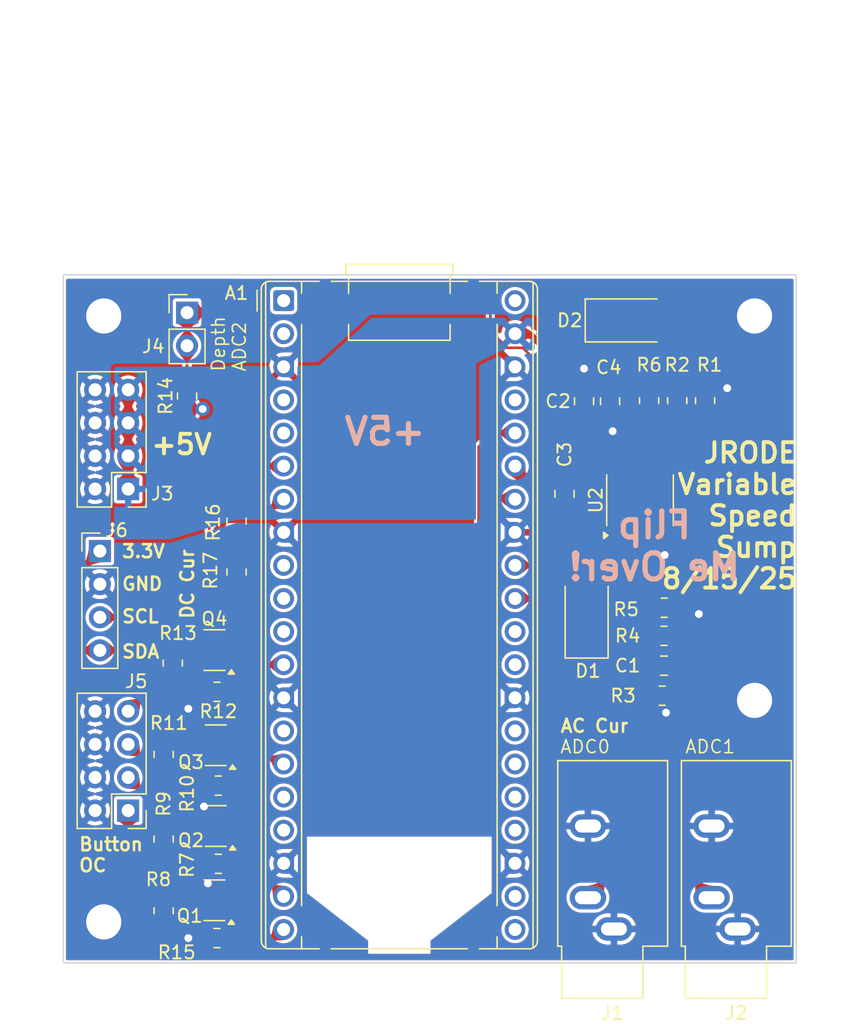
<source format=kicad_pcb>
(kicad_pcb (version 20241229) (generator "pcbnew") (generator_version "9.0")
  (layers (0 "F.Cu" signal) (4 "In1.Cu" signal) (6 "In2.Cu" signal) (2 "B.Cu" signal) (13 "F.Paste" user) (15 "B.Paste" user) (5 "F.SilkS" user "F.Silkscreen") (7 "B.SilkS" user "B.Silkscreen") (1 "F.Mask" user) (3 "B.Mask" user) (25 "Edge.Cuts" user))
  (net 0 "")
  (net 1 "/CT_Input/Output")
  (net 2 "GND")
  (net 3 "+5V")
  (net 4 "Net-(D1-A)")
  (net 5 "Net-(D2-A)")
  (net 6 "/Pull Down/in")
  (net 7 "Net-(Q1-D)")
  (net 8 "/Pull Down1/in")
  (net 9 "Net-(Q2-D)")
  (net 10 "/Pull Down2/in")
  (net 11 "Net-(Q3-D)")
  (net 12 "/Pull Down3/in")
  (net 13 "Net-(Q4-D)")
  (net 14 "Net-(U2B-+)")
  (net 15 "Net-(U2A--)")
  (net 16 "Net-(U2A-+)")
  (net 17 "/Pull Down/out")
  (net 18 "Net-(U2B--)")
  (net 19 "/Pull Down1/out")
  (net 20 "/Pull Down2/out")
  (net 21 "/Pull Down3/out")
  (net 23 "/CT_Input1/Output")
  (net 24 "/SDA")
  (net 26 "Net-(A1-ADC_VREF)")
  (net 42 "Net-(A1-GPIO28_ADC2)")
  (net 44 "+3.3V")
  (net 45 "/SCL")
  (footprint "Package_TO_SOT_SMD:SOT-23-3" (layer "F.Cu") (at 123.601 103.442 180)
    (property "Reference" "Q3" (at 1.9 -1.3 180) (layer "F.SilkS"))
    (property "Value" "2N7002")
    (pad "1" smd roundrect (at -1.1375 -0.95 180) (size 1.325 0.6) (layers "F.Cu" "F.Mask" "F.Paste") (net 10 "/Pull Down2/in"))
    (pad "2" smd roundrect (at -1.1375 0.95 180) (size 1.325 0.6) (layers "F.Cu" "F.Mask" "F.Paste") (net 2 "GND"))
    (pad "3" smd roundrect (at 1.1375 0 180) (size 1.325 0.6) (layers "F.Cu" "F.Mask" "F.Paste") (net 11 "Net-(Q3-D)"))
  )
  (footprint "MountingHole:MountingHole_2.7mm_M2.5_Pad" (layer "F.Cu") (at 115.101 70.642)
    (property "Reference" "H1" (hide yes))
    (property "Value" "MountingHole_Pad")
    (pad "1" thru_hole circle (at -0.101 -0.142) (size 5.4 5.4) (drill 2.7) (layers "*.Cu" "*.Mask") (net 2 "GND"))
  )
  (footprint "Connector_PinHeader_2.54mm:PinHeader_1x02_P2.54mm_Vertical" (layer "F.Cu") (at 121.401 70.242)
    (property "Reference" "J4" (at -2.6 2.595 0) (layer "F.SilkS"))
    (property "Value" "Conn_01x02")
    (pad "1" thru_hole rect (at 0 0) (size 1.7 1.7) (drill 1) (layers "*.Cu" "*.Mask") (net 42 "Net-(A1-GPIO28_ADC2)"))
    (pad "2" thru_hole circle (at 0 2.54) (size 1.7 1.7) (drill 1) (layers "*.Cu" "*.Mask") (net 42 "Net-(A1-GPIO28_ADC2)"))
  )
  (footprint "Connector_PinHeader_2.54mm:PinHeader_1x04_P2.54mm_Vertical" (layer "F.Cu") (at 114.701 88.542)
    (property "Reference" "J6" (at 1.3 -1.6 0) (layer "F.SilkS"))
    (property "Value" "Conn_01x04")
    (pad "1" thru_hole rect (at 0 0) (size 1.7 1.7) (drill 1) (layers "*.Cu" "*.Mask") (net 44 "+3.3V"))
    (pad "2" thru_hole circle (at 0 2.54) (size 1.7 1.7) (drill 1) (layers "*.Cu" "*.Mask") (net 2 "GND"))
    (pad "3" thru_hole circle (at 0 5.08) (size 1.7 1.7) (drill 1) (layers "*.Cu" "*.Mask") (net 45 "/SCL"))
    (pad "4" thru_hole circle (at 0 7.62) (size 1.7 1.7) (drill 1) (layers "*.Cu" "*.Mask") (net 24 "/SDA"))
  )
  (footprint "Resistor_SMD:R_0805_2012Metric_Pad1.20x1.40mm_HandSolder" (layer "F.Cu") (at 121.401 76.642 90)
    (property "Reference" "R14" (at 0 -1.65 90) (layer "F.SilkS"))
    (property "Value" "150")
    (pad "1" smd roundrect (at -1 0 90) (size 1.2 1.4) (layers "F.Cu" "F.Mask" "F.Paste") (roundrect_rratio 0.208333) (net 2 "GND"))
    (pad "2" smd roundrect (at 1 0 90) (size 1.2 1.4) (layers "F.Cu" "F.Mask" "F.Paste") (roundrect_rratio 0.208333) (net 42 "Net-(A1-GPIO28_ADC2)"))
  )
  (footprint "MountingHole:MountingHole_2.7mm_M2.5_Pad" (layer "F.Cu") (at 115.101 117)
    (property "Reference" "H2" (hide yes))
    (property "Value" "MountingHole_Pad")
    (pad "1" thru_hole circle (at -0.101 0) (size 5.4 5.4) (drill 2.7) (layers "*.Cu" "*.Mask") (net 2 "GND"))
  )
  (footprint "Resistor_SMD:R_0805_2012Metric_Pad1.20x1.40mm_HandSolder" (layer "F.Cu") (at 158.06 92.889)
    (property "Reference" "R5" (at -2.921 0.127 0) (layer "F.SilkS"))
    (property "Value" "1M")
    (pad "1" smd roundrect (at -1 0) (size 1.2 1.4) (layers "F.Cu" "F.Mask" "F.Paste") (roundrect_rratio 0.2083333333) (net 15 "Net-(U2A--)"))
    (pad "2" smd roundrect (at 1 0) (size 1.2 1.4) (layers "F.Cu" "F.Mask" "F.Paste") (roundrect_rratio 0.2083333333) (net 1 "/CT_Input/Output"))
  )
  (footprint "Resistor_SMD:R_0805_2012Metric_Pad1.20x1.40mm_HandSolder" (layer "F.Cu") (at 158.044 95.048)
    (property "Reference" "R4" (at -2.794 0 0) (layer "F.SilkS"))
    (property "Value" "470k")
    (pad "1" smd roundrect (at -1 0) (size 1.2 1.4) (layers "F.Cu" "F.Mask" "F.Paste") (roundrect_rratio 0.2083333333) (net 15 "Net-(U2A--)"))
    (pad "2" smd roundrect (at 1 0) (size 1.2 1.4) (layers "F.Cu" "F.Mask" "F.Paste") (roundrect_rratio 0.2083333333) (net 2 "GND"))
  )
  (footprint "Resistor_SMD:R_0805_2012Metric_Pad1.20x1.40mm_HandSolder" (layer "F.Cu") (at 119.601 104.142 -90)
    (property "Reference" "R11" (at -2.4 -0.4 180) (layer "F.SilkS"))
    (property "Value" "100")
    (pad "1" smd roundrect (at -1 0 270) (size 1.2 1.4) (layers "F.Cu" "F.Mask" "F.Paste") (roundrect_rratio 0.208333) (net 11 "Net-(Q3-D)"))
    (pad "2" smd roundrect (at 1 0 270) (size 1.2 1.4) (layers "F.Cu" "F.Mask" "F.Paste") (roundrect_rratio 0.208333) (net 20 "/Pull Down2/out"))
  )
  (footprint "Connector_Audio:Jack_3.5mm_CUI_SJ1-3533NG_Horizontal" (layer "F.Cu") (at 154.201 117.542 180)
    (property "Reference" "J1" (at 0.1 -6.45 0) (layer "F.SilkS"))
    (property "Value" "AudioJack3")
    (pad "R" thru_hole oval (at 2 7.9 180) (size 2.8 1.8) (drill oval 2 1) (layers "*.Cu" "*.Mask") (net 2 "GND"))
    (pad "S" thru_hole oval (at 0 0 180) (size 2.8 1.8) (drill oval 2 1) (layers "*.Cu" "*.Mask") (net 2 "GND"))
    (pad "T" thru_hole oval (at 2 2.4 180) (size 2.8 1.8) (drill oval 2 1) (layers "*.Cu" "*.Mask") (net 16 "Net-(U2A-+)"))
  )
  (footprint "Package_TO_SOT_SMD:SOT-23-3" (layer "F.Cu") (at 123.501 96.142 180)
    (property "Reference" "Q4" (at 0 2.4 180) (layer "F.SilkS"))
    (property "Value" "2N7002")
    (pad "1" smd roundrect (at -1.1375 -0.95 180) (size 1.325 0.6) (layers "F.Cu" "F.Mask" "F.Paste") (net 12 "/Pull Down3/in"))
    (pad "2" smd roundrect (at -1.1375 0.95 180) (size 1.325 0.6) (layers "F.Cu" "F.Mask" "F.Paste") (net 2 "GND"))
    (pad "3" smd roundrect (at 1.1375 0 180) (size 1.325 0.6) (layers "F.Cu" "F.Mask" "F.Paste") (net 13 "Net-(Q4-D)"))
  )
  (footprint "Package_TO_SOT_SMD:SOT-23-3" (layer "F.Cu") (at 123.501 115.342 180)
    (property "Reference" "Q1" (at 1.9 -1.2 180) (layer "F.SilkS"))
    (property "Value" "2N7002")
    (pad "1" smd roundrect (at -1.1375 -0.95 180) (size 1.325 0.6) (layers "F.Cu" "F.Mask" "F.Paste") (net 6 "/Pull Down/in"))
    (pad "2" smd roundrect (at -1.1375 0.95 180) (size 1.325 0.6) (layers "F.Cu" "F.Mask" "F.Paste") (net 2 "GND"))
    (pad "3" smd roundrect (at 1.1375 0 180) (size 1.325 0.6) (layers "F.Cu" "F.Mask" "F.Paste") (net 7 "Net-(Q1-D)"))
  )
  (footprint "Connector_Audio:Jack_3.5mm_CUI_SJ1-3533NG_Horizontal" (layer "F.Cu") (at 163.701 117.542 180)
    (property "Reference" "J2" (at 0.1 -6.45 0) (layer "F.SilkS"))
    (property "Value" "AudioJack3")
    (pad "R" thru_hole oval (at 2 7.9 180) (size 2.8 1.8) (drill oval 2 1) (layers "*.Cu" "*.Mask") (net 2 "GND"))
    (pad "S" thru_hole oval (at 0 0 180) (size 2.8 1.8) (drill oval 2 1) (layers "*.Cu" "*.Mask") (net 2 "GND"))
    (pad "T" thru_hole oval (at 2 2.4 180) (size 2.8 1.8) (drill oval 2 1) (layers "*.Cu" "*.Mask") (net 14 "Net-(U2B-+)"))
  )
  (footprint "Capacitor_SMD:C_0805_2012Metric_Pad1.18x1.45mm_HandSolder" (layer "F.Cu") (at 151.901 77.042 90)
    (property "Reference" "C2" (at 0 -2 180) (layer "F.SilkS"))
    (property "Value" "1u")
    (pad "1" smd roundrect (at -1.0375 0 90) (size 1.175 1.45) (layers "F.Cu" "F.Mask" "F.Paste") (roundrect_rratio 0.2127659574) (net 3 "+5V"))
    (pad "2" smd roundrect (at 1.0375 0 90) (size 1.175 1.45) (layers "F.Cu" "F.Mask" "F.Paste") (roundrect_rratio 0.2127659574) (net 2 "GND"))
  )
  (footprint "Resistor_SMD:R_0805_2012Metric_Pad1.20x1.40mm_HandSolder" (layer "F.Cu") (at 119.601 116.142 90)
    (property "Reference" "R8" (at 2.4 -0.4 180) (layer "F.SilkS"))
    (property "Value" "100")
    (pad "1" smd roundrect (at -1 0 90) (size 1.2 1.4) (layers "F.Cu" "F.Mask" "F.Paste") (roundrect_rratio 0.208333) (net 7 "Net-(Q1-D)"))
    (pad "2" smd roundrect (at 1 0 90) (size 1.2 1.4) (layers "F.Cu" "F.Mask" "F.Paste") (roundrect_rratio 0.208333) (net 17 "/Pull Down/out"))
  )
  (footprint "Resistor_SMD:R_0805_2012Metric_Pad1.20x1.40mm_HandSolder" (layer "F.Cu") (at 123.701 118.242)
    (property "Reference" "R15" (at -3.1 1.1 0) (layer "F.SilkS"))
    (property "Value" "10k")
    (pad "1" smd roundrect (at -1 0) (size 1.2 1.4) (layers "F.Cu" "F.Mask" "F.Paste") (roundrect_rratio 0.208333) (net 2 "GND"))
    (pad "2" smd roundrect (at 1 0) (size 1.2 1.4) (layers "F.Cu" "F.Mask" "F.Paste") (roundrect_rratio 0.208333) (net 6 "/Pull Down/in"))
  )
  (footprint "Capacitor_SMD:C_0805_2012Metric_Pad1.18x1.45mm_HandSolder" (layer "F.Cu") (at 158.044 97.334)
    (property "Reference" "C1" (at -2.794 0 0) (layer "F.SilkS"))
    (property "Value" "10u")
    (pad "1" smd roundrect (at -1.0375 0) (size 1.175 1.45) (layers "F.Cu" "F.Mask" "F.Paste") (roundrect_rratio 0.2127659574) (net 1 "/CT_Input/Output"))
    (pad "2" smd roundrect (at 1.0375 0) (size 1.175 1.45) (layers "F.Cu" "F.Mask" "F.Paste") (roundrect_rratio 0.2127659574) (net 2 "GND"))
  )
  (footprint "Connector_PinHeader_2.54mm:PinHeader_2x04_P2.54mm_Vertical" (layer "F.Cu") (at 116.876 83.782 180)
    (property "Reference" "J3" (at -2.625 -0.36 0) (layer "F.SilkS"))
    (property "Value" "Conn_02x04_Odd_Even")
    (pad "1" thru_hole rect (at 0 0 180) (size 1.7 1.7) (drill 1) (layers "*.Cu" "*.Mask") (net 3 "+5V"))
    (pad "2" thru_hole circle (at 2.54 0 180) (size 1.7 1.7) (drill 1) (layers "*.Cu" "*.Mask") (net 2 "GND"))
    (pad "3" thru_hole circle (at 0 2.54 180) (size 1.7 1.7) (drill 1) (layers "*.Cu" "*.Mask") (net 3 "+5V"))
    (pad "4" thru_hole circle (at 2.54 2.54 180) (size 1.7 1.7) (drill 1) (layers "*.Cu" "*.Mask") (net 2 "GND"))
    (pad "5" thru_hole circle (at 0 5.08 180) (size 1.7 1.7) (drill 1) (layers "*.Cu" "*.Mask") (net 3 "+5V"))
    (pad "6" thru_hole circle (at 2.54 5.08 180) (size 1.7 1.7) (drill 1) (layers "*.Cu" "*.Mask") (net 2 "GND"))
    (pad "7" thru_hole circle (at 0 7.62 180) (size 1.7 1.7) (drill 1) (layers "*.Cu" "*.Mask") (net 3 "+5V"))
    (pad "8" thru_hole circle (at 2.54 7.62 180) (size 1.7 1.7) (drill 1) (layers "*.Cu" "*.Mask") (net 2 "GND"))
  )
  (footprint "Diode_SMD:D_SMA" (layer "F.Cu") (at 155.501 70.842)
    (property "Reference" "D2" (at -4.7 0 0) (layer "F.SilkS"))
    (property "Value" "M7")
    (pad "1" smd roundrect (at -2 0) (size 2.5 1.8) (layers "F.Cu" "F.Mask" "F.Paste") (roundrect_rratio 0.1388888889) (net 23 "/CT_Input1/Output"))
    (pad "2" smd roundrect (at 2 0) (size 2.5 1.8) (layers "F.Cu" "F.Mask" "F.Paste") (roundrect_rratio 0.1388888889) (net 5 "Net-(D2-A)"))
  )
  (footprint "Diode_SMD:D_SMA" (layer "F.Cu") (at 152.101 93.242 90)
    (property "Reference" "D1" (at -4.5 0.1 180) (layer "F.SilkS"))
    (property "Value" "M7")
    (pad "1" smd roundrect (at -2 0 90) (size 2.5 1.8) (layers "F.Cu" "F.Mask" "F.Paste") (roundrect_rratio 0.1388888889) (net 1 "/CT_Input/Output"))
    (pad "2" smd roundrect (at 2 0 90) (size 2.5 1.8) (layers "F.Cu" "F.Mask" "F.Paste") (roundrect_rratio 0.1388888889) (net 4 "Net-(D1-A)"))
  )
  (footprint "Resistor_SMD:R_0805_2012Metric_Pad1.20x1.40mm_HandSolder" (layer "F.Cu") (at 123.801 112.542)
    (property "Reference" "R7" (at -2.4 0.1 90) (layer "F.SilkS"))
    (property "Value" "10k")
    (pad "1" smd roundrect (at -1 0) (size 1.2 1.4) (layers "F.Cu" "F.Mask" "F.Paste") (roundrect_rratio 0.208333) (net 2 "GND"))
    (pad "2" smd roundrect (at 1 0) (size 1.2 1.4) (layers "F.Cu" "F.Mask" "F.Paste") (roundrect_rratio 0.208333) (net 8 "/Pull Down1/in"))
  )
  (footprint "MountingHole:MountingHole_2.7mm_M2.5_Pad" (layer "F.Cu") (at 165.101 100.642)
    (property "Reference" "H3" (hide yes))
    (property "Value" "MountingHole_Pad")
    (pad "1" thru_hole circle (at -0.101 -0.642) (size 5.4 5.4) (drill 2.7) (layers "*.Cu" "*.Mask") (net 2 "GND"))
  )
  (footprint "Package_SO:SOIC-8_3.9x4.9mm_P1.27mm" (layer "F.Cu") (at 156.201 84.642 90)
    (property "Reference" "U2" (at 0 -3.4 90) (layer "F.SilkS"))
    (property "Value" "LM358")
    (pad "1" smd roundrect (at -2.475 -1.905 90) (size 1.95 0.6) (layers "F.Cu" "F.Mask" "F.Paste") (net 4 "Net-(D1-A)"))
    (pad "2" smd roundrect (at -2.475 -0.635 90) (size 1.95 0.6) (layers "F.Cu" "F.Mask" "F.Paste") (net 15 "Net-(U2A--)"))
    (pad "3" smd roundrect (at -2.475 0.635 90) (size 1.95 0.6) (layers "F.Cu" "F.Mask" "F.Paste") (net 16 "Net-(U2A-+)"))
    (pad "4" smd roundrect (at -2.475 1.905 90) (size 1.95 0.6) (layers "F.Cu" "F.Mask" "F.Paste") (net 2 "GND"))
    (pad "5" smd roundrect (at 2.475 1.905 90) (size 1.95 0.6) (layers "F.Cu" "F.Mask" "F.Paste") (net 14 "Net-(U2B-+)"))
    (pad "6" smd roundrect (at 2.475 0.635 90) (size 1.95 0.6) (layers "F.Cu" "F.Mask" "F.Paste") (net 18 "Net-(U2B--)"))
    (pad "7" smd roundrect (at 2.475 -0.635 90) (size 1.95 0.6) (layers "F.Cu" "F.Mask" "F.Paste") (net 5 "Net-(D2-A)"))
    (pad "8" smd roundrect (at 2.475 -1.905 90) (size 1.95 0.6) (layers "F.Cu" "F.Mask" "F.Paste") (net 3 "+5V"))
  )
  (footprint "Resistor_SMD:R_0805_2012Metric_Pad1.20x1.40mm_HandSolder" (layer "F.Cu") (at 123.701 99.342)
    (property "Reference" "R12" (at 0.1 1.5 0) (layer "F.SilkS"))
    (property "Value" "10k")
    (pad "1" smd roundrect (at -1 0) (size 1.2 1.4) (layers "F.Cu" "F.Mask" "F.Paste") (roundrect_rratio 0.208333) (net 2 "GND"))
    (pad "2" smd roundrect (at 1 0) (size 1.2 1.4) (layers "F.Cu" "F.Mask" "F.Paste") (roundrect_rratio 0.208333) (net 12 "/Pull Down3/in"))
  )
  (footprint "Resistor_SMD:R_0805_2012Metric_Pad1.20x1.40mm_HandSolder" (layer "F.Cu") (at 123.801 106.542)
    (property "Reference" "R10" (at -2.4 0.6 90) (layer "F.SilkS"))
    (property "Value" "10k")
    (pad "1" smd roundrect (at -1 0) (size 1.2 1.4) (layers "F.Cu" "F.Mask" "F.Paste") (roundrect_rratio 0.208333) (net 2 "GND"))
    (pad "2" smd roundrect (at 1 0) (size 1.2 1.4) (layers "F.Cu" "F.Mask" "F.Paste") (roundrect_rratio 0.208333) (net 10 "/Pull Down2/in"))
  )
  (footprint "MountingHole:MountingHole_2.7mm_M2.5_Pad" (layer "F.Cu") (at 165.101 71.142)
    (property "Reference" "H4" (hide yes))
    (property "Value" "MountingHole_Pad")
    (pad "1" thru_hole circle (at -0.101 -0.642) (size 5.4 5.4) (drill 2.7) (layers "*.Cu" "*.Mask") (net 2 "GND"))
  )
  (footprint "Resistor_SMD:R_0805_2012Metric_Pad1.20x1.40mm_HandSolder" (layer "F.Cu") (at 159.06 77 90)
    (property "Reference" "R2" (at 2.747 0 0) (layer "F.SilkS"))
    (property "Value" "470k")
    (pad "1" smd roundrect (at -1 0 90) (size 1.2 1.4) (layers "F.Cu" "F.Mask" "F.Paste") (roundrect_rratio 0.2083333333) (net 18 "Net-(U2B--)"))
    (pad "2" smd roundrect (at 1 0 90) (size 1.2 1.4) (layers "F.Cu" "F.Mask" "F.Paste") (roundrect_rratio 0.2083333333) (net 2 "GND"))
  )
  (footprint "Package_TO_SOT_SMD:SOT-23-3" (layer "F.Cu") (at 123.601 109.642 180)
    (property "Reference" "Q2" (at 1.9 -1.1 180) (layer "F.SilkS"))
    (property "Value" "2N7002")
    (pad "1" smd roundrect (at -1.1375 -0.95 180) (size 1.325 0.6) (layers "F.Cu" "F.Mask" "F.Paste") (net 8 "/Pull Down1/in"))
    (pad "2" smd roundrect (at -1.1375 0.95 180) (size 1.325 0.6) (layers "F.Cu" "F.Mask" "F.Paste") (net 2 "GND"))
    (pad "3" smd roundrect (at 1.1375 0 180) (size 1.325 0.6) (layers "F.Cu" "F.Mask" "F.Paste") (net 9 "Net-(Q2-D)"))
  )
  (footprint "Resistor_SMD:R_0805_2012Metric_Pad1.20x1.40mm_HandSolder" (layer "F.Cu") (at 125.201 90.142 -90)
    (property "Reference" "R17" (at -0.1 2 90) (layer "F.SilkS"))
    (property "Value" "~")
    (pad "1" smd roundrect (at -1 0 270) (size 1.2 1.4) (layers "F.Cu" "F.Mask" "F.Paste") (roundrect_rratio 0.208333) (net 44 "+3.3V"))
    (pad "2" smd roundrect (at 1 0 270) (size 1.2 1.4) (layers "F.Cu" "F.Mask" "F.Paste") (roundrect_rratio 0.208333) (net 24 "/SDA"))
  )
  (footprint "Resistor_SMD:R_0805_2012Metric_Pad1.20x1.40mm_HandSolder" (layer "F.Cu") (at 161.201 77 90)
    (property "Reference" "R1" (at 2.747 0.341 180) (layer "F.SilkS"))
    (property "Value" "33")
    (pad "1" smd roundrect (at -1 0 90) (size 1.2 1.4) (layers "F.Cu" "F.Mask" "F.Paste") (roundrect_rratio 0.2083333333) (net 14 "Net-(U2B-+)"))
    (pad "2" smd roundrect (at 1 0 90) (size 1.2 1.4) (layers "F.Cu" "F.Mask" "F.Paste") (roundrect_rratio 0.2083333333) (net 2 "GND"))
  )
  (footprint "Module:RaspberryPi_Pico_Common_THT" (layer "F.Cu") (at 128.821 69.322)
    (property "Reference" "A1" (at -4.62 -0.58 0) (layer "F.SilkS") (effects (justify left)))
    (property "Value" "RaspberryPi_Pico_W")
    (pad "1" thru_hole roundrect (at 0 0) (size 1.6 1.6) (drill 1) (layers "*.Cu" "*.Mask") (roundrect_rratio 0.125))
    (pad "2" thru_hole circle (at 0 2.54) (size 1.6 1.6) (drill 1) (layers "*.Cu" "*.Mask"))
    (pad "3" thru_hole custom (at 0 5.08) (size 1.6 1.6) (drill 1) (layers "*.Cu" "*.Mask") (net 2 "GND") (options (clearance outline) (anchor circle)) (primitives (gr_poly (pts (xy 0.8 0.6) (xy 0.8 -0.6) (xy 0.6 -0.8) (xy 0 -0.8) (xy 0 0.8) (xy 0.6 0.8)) (width 0) (fill yes)) (gr_circle (center 0.6 0.6) (end 0.8 0.6) (width 0) (fill yes)) (gr_circle (center 0.6 -0.6) (end 0.8 -0.6) (width 0) (fill yes))))
    (pad "4" thru_hole circle (at 0 7.62) (size 1.6 1.6) (drill 1) (layers "*.Cu" "*.Mask"))
    (pad "5" thru_hole circle (at 0 10.16) (size 1.6 1.6) (drill 1) (layers "*.Cu" "*.Mask"))
    (pad "6" thru_hole circle (at 0 12.7) (size 1.6 1.6) (drill 1) (layers "*.Cu" "*.Mask") (net 24 "/SDA"))
    (pad "7" thru_hole circle (at 0 15.24) (size 1.6 1.6) (drill 1) (layers "*.Cu" "*.Mask") (net 45 "/SCL"))
    (pad "8" thru_hole custom (at 0 17.78) (size 1.6 1.6) (drill 1) (layers "*.Cu" "*.Mask") (net 2 "GND") (options (clearance outline) (anchor circle)) (primitives (gr_poly (pts (xy 0.8 0.6) (xy 0.8 -0.6) (xy 0.6 -0.8) (xy 0 -0.8) (xy 0 0.8) (xy 0.6 0.8)) (width 0) (fill yes)) (gr_circle (center 0.6 0.6) (end 0.8 0.6) (width 0) (fill yes)) (gr_circle (center 0.6 -0.6) (end 0.8 -0.6) (width 0) (fill yes))))
    (pad "9" thru_hole circle (at 0 20.32) (size 1.6 1.6) (drill 1) (layers "*.Cu" "*.Mask"))
    (pad "10" thru_hole circle (at 0 22.86) (size 1.6 1.6) (drill 1) (layers "*.Cu" "*.Mask"))
    (pad "11" thru_hole circle (at 0 25.4) (size 1.6 1.6) (drill 1) (layers "*.Cu" "*.Mask"))
    (pad "12" thru_hole circle (at 0 27.94) (size 1.6 1.6) (drill 1) (layers "*.Cu" "*.Mask") (net 12 "/Pull Down3/in"))
    (pad "13" thru_hole custom (at 0 30.48) (size 1.6 1.6) (drill 1) (layers "*.Cu" "*.Mask") (net 2 "GND") (options (clearance outline) (anchor circle)) (primitives (gr_poly (pts (xy 0.8 0.6) (xy 0.8 -0.6) (xy 0.6 -0.8) (xy 0 -0.8) (xy 0 0.8) (xy 0.6 0.8)) (width 0) (fill yes)) (gr_circle (center 0.6 0.6) (end 0.8 0.6) (width 0) (fill yes)) (gr_circle (center 0.6 -0.6) (end 0.8 -0.6) (width 0) (fill yes))))
    (pad "14" thru_hole circle (at 0 33.02) (size 1.6 1.6) (drill 1) (layers "*.Cu" "*.Mask"))
    (pad "15" thru_hole circle (at 0 35.56) (size 1.6 1.6) (drill 1) (layers "*.Cu" "*.Mask") (net 10 "/Pull Down2/in"))
    (pad "16" thru_hole circle (at 0 38.1) (size 1.6 1.6) (drill 1) (layers "*.Cu" "*.Mask"))
    (pad "17" thru_hole circle (at 0 40.64) (size 1.6 1.6) (drill 1) (layers "*.Cu" "*.Mask"))
    (pad "18" thru_hole custom (at 0 43.18) (size 1.6 1.6) (drill 1) (layers "*.Cu" "*.Mask") (net 2 "GND") (options (clearance outline) (anchor circle)) (primitives (gr_poly (pts (xy 0.8 0.6) (xy 0.8 -0.6) (xy 0.6 -0.8) (xy 0 -0.8) (xy 0 0.8) (xy 0.6 0.8)) (width 0) (fill yes)) (gr_circle (center 0.6 0.6) (end 0.8 0.6) (width 0) (fill yes)) (gr_circle (center 0.6 -0.6) (end 0.8 -0.6) (width 0) (fill yes))))
    (pad "19" thru_hole circle (at 0 45.72) (size 1.6 1.6) (drill 1) (layers "*.Cu" "*.Mask") (net 8 "/Pull Down1/in"))
    (pad "20" thru_hole circle (at 0 48.26) (size 1.6 1.6) (drill 1) (layers "*.Cu" "*.Mask") (net 6 "/Pull Down/in"))
    (pad "21" thru_hole circle (at 17.78 48.26) (size 1.6 1.6) (drill 1) (layers "*.Cu" "*.Mask"))
    (pad "22" thru_hole circle (at 17.78 45.72) (size 1.6 1.6) (drill 1) (layers "*.Cu" "*.Mask"))
    (pad "23" thru_hole custom (at 17.78 43.18) (size 1.6 1.6) (drill 1) (layers "*.Cu" "*.Mask") (net 2 "GND") (options (clearance outline) (anchor circle)) (primitives (gr_poly (pts (xy -0.8 0.6) (xy -0.8 -0.6) (xy -0.6 -0.8) (xy 0 -0.8) (xy 0 0.8) (xy -0.6 0.8)) (width 0) (fill yes)) (gr_circle (center -0.6 0.6) (end -0.4 0.6) (width 0) (fill yes)) (gr_circle (center -0.6 -0.6) (end -0.4 -0.6) (width 0) (fill yes))))
    (pad "24" thru_hole circle (at 17.78 40.64) (size 1.6 1.6) (drill 1) (layers "*.Cu" "*.Mask"))
    (pad "25" thru_hole circle (at 17.78 38.1) (size 1.6 1.6) (drill 1) (layers "*.Cu" "*.Mask"))
    (pad "26" thru_hole circle (at 17.78 35.56) (size 1.6 1.6) (drill 1) (layers "*.Cu" "*.Mask"))
    (pad "27" thru_hole circle (at 17.78 33.02) (size 1.6 1.6) (drill 1) (layers "*.Cu" "*.Mask"))
    (pad "28" thru_hole custom (at 17.78 30.48) (size 1.6 1.6) (drill 1) (layers "*.Cu" "*.Mask") (net 2 "GND") (options (clearance outline) (anchor circle)) (primitives (gr_poly (pts (xy -0.8 0.6) (xy -0.8 -0.6) (xy -0.6 -0.8) (xy 0 -0.8) (xy 0 0.8) (xy -0.6 0.8)) (width 0) (fill yes)) (gr_circle (center -0.6 0.6) (end -0.4 0.6) (width 0) (fill yes)) (gr_circle (center -0.6 -0.6) (end -0.4 -0.6) (width 0) (fill yes))))
    (pad "29" thru_hole circle (at 17.78 27.94) (size 1.6 1.6) (drill 1) (layers "*.Cu" "*.Mask"))
    (pad "30" thru_hole circle (at 17.78 25.4) (size 1.6 1.6) (drill 1) (layers "*.Cu" "*.Mask"))
    (pad "31" thru_hole circle (at 17.78 22.86) (size 1.6 1.6) (drill 1) (layers "*.Cu" "*.Mask") (net 1 "/CT_Input/Output"))
    (pad "32" thru_hole circle (at 17.78 20.32) (size 1.6 1.6) (drill 1) (layers "*.Cu" "*.Mask") (net 23 "/CT_Input1/Output"))
    (pad "33" thru_hole custom (at 17.78 17.78) (size 1.6 1.6) (drill 1) (layers "*.Cu" "*.Mask") (net 2 "GND") (options (clearance outline) (anchor circle)) (primitives (gr_poly (pts (xy -0.8 0.6) (xy -0.8 -0.6) (xy -0.6 -0.8) (xy 0 -0.8) (xy 0 0.8) (xy -0.6 0.8)) (width 0) (fill yes)) (gr_circle (center -0.6 0.6) (end -0.4 0.6) (width 0) (fill yes)) (gr_circle (center -0.6 -0.6) (end -0.4 -0.6) (width 0) (fill yes))))
    (pad "34" thru_hole circle (at 17.78 15.24) (size 1.6 1.6) (drill 1) (layers "*.Cu" "*.Mask") (net 42 "Net-(A1-GPIO28_ADC2)"))
    (pad "35" thru_hole circle (at 17.78 12.7) (size 1.6 1.6) (drill 1) (layers "*.Cu" "*.Mask") (net 26 "Net-(A1-ADC_VREF)"))
    (pad "36" thru_hole circle (at 17.78 10.16) (size 1.6 1.6) (drill 1) (layers "*.Cu" "*.Mask") (net 44 "+3.3V"))
    (pad "37" thru_hole circle (at 17.78 7.62) (size 1.6 1.6) (drill 1) (layers "*.Cu" "*.Mask"))
    (pad "38" thru_hole custom (at 17.78 5.08) (size 1.6 1.6) (drill 1) (layers "*.Cu" "*.Mask") (net 2 "GND") (options (clearance outline) (anchor circle)) (primitives (gr_poly (pts (xy -0.8 0.6) (xy -0.8 -0.6) (xy -0.6 -0.8) (xy 0 -0.8) (xy 0 0.8) (xy -0.6 0.8)) (width 0) (fill yes)) (gr_circle (center -0.6 0.6) (end -0.4 0.6) (width 0) (fill yes)) (gr_circle (center -0.6 -0.6) (end -0.4 -0.6) (width 0) (fill yes))))
    (pad "39" thru_hole circle (at 17.78 2.54) (size 1.6 1.6) (drill 1) (layers "*.Cu" "*.Mask") (net 3 "+5V"))
    (pad "40" thru_hole circle (at 17.78 0) (size 1.6 1.6) (drill 1) (layers "*.Cu" "*.Mask"))
    (zone (net 0) (net_name "") (layers "F.Cu" "B.Cu" "In1.Cu" "In2.Cu" "F.Paste" "B.Paste") (name "Antenna Copper Keep Out") (connect_pads (clearance 0)) (min_thickness 0.254)
      (keepout (tracks not_allowed) (vias not_allowed) (pads not_allowed) (copperpour not_allowed) (footprints allowed))
      (fill (thermal_gap 0.508) (thermal_bridge_width 0.508))
      (polygon (pts (xy 135.311 118.441895) (xy 130.611 114.791895) (xy 130.611 110.452) (xy 144.811 110.452) (xy 144.811 114.791895) (xy 140.111 118.441895) (xy 140.111 119.452) (xy 135.311 119.452)))
    )
  )
  (footprint "Resistor_SMD:R_0805_2012Metric_Pad1.20x1.40mm_HandSolder" (layer "F.Cu") (at 125.201 86.242 -90)
    (property "Reference" "R16" (at 0.1 1.8 90) (layer "F.SilkS"))
    (property "Value" "~")
    (pad "1" smd roundrect (at -1 0 270) (size 1.2 1.4) (layers "F.Cu" "F.Mask" "F.Paste") (roundrect_rratio 0.208333) (net 45 "/SCL"))
    (pad "2" smd roundrect (at 1 0 270) (size 1.2 1.4) (layers "F.Cu" "F.Mask" "F.Paste") (roundrect_rratio 0.208333) (net 44 "+3.3V"))
  )
  (footprint "Resistor_SMD:R_0805_2012Metric_Pad1.20x1.40mm_HandSolder" (layer "F.Cu") (at 119.601 110.642 90)
    (property "Reference" "R9" (at 2.7 0 90) (layer "F.SilkS"))
    (property "Value" "100")
    (pad "1" smd roundrect (at -1 0 90) (size 1.2 1.4) (layers "F.Cu" "F.Mask" "F.Paste") (roundrect_rratio 0.208333) (net 9 "Net-(Q2-D)"))
    (pad "2" smd roundrect (at 1 0 90) (size 1.2 1.4) (layers "F.Cu" "F.Mask" "F.Paste") (roundrect_rratio 0.208333) (net 19 "/Pull Down1/out"))
  )
  (footprint "Resistor_SMD:R_0805_2012Metric_Pad1.20x1.40mm_HandSolder" (layer "F.Cu") (at 156.901 77 90)
    (property "Reference" "R6" (at 2.747 0 180) (layer "F.SilkS"))
    (property "Value" "1M")
    (pad "1" smd roundrect (at -1 0 90) (size 1.2 1.4) (layers "F.Cu" "F.Mask" "F.Paste") (roundrect_rratio 0.208333) (net 18 "Net-(U2B--)"))
    (pad "2" smd roundrect (at 1 0 90) (size 1.2 1.4) (layers "F.Cu" "F.Mask" "F.Paste") (roundrect_rratio 0.208333) (net 23 "/CT_Input1/Output"))
  )
  (footprint "Connector_PinHeader_2.54mm:PinHeader_2x04_P2.54mm_Vertical" (layer "F.Cu") (at 116.876 108.452 180)
    (property "Reference" "J5" (at -0.625 9.91 0) (layer "F.SilkS"))
    (property "Value" "Conn_02x04_Odd_Even")
    (pad "1" thru_hole rect (at 0 0 180) (size 1.7 1.7) (drill 1) (layers "*.Cu" "*.Mask") (net 17 "/Pull Down/out"))
    (pad "2" thru_hole circle (at 2.54 0 180) (size 1.7 1.7) (drill 1) (layers "*.Cu" "*.Mask") (net 2 "GND"))
    (pad "3" thru_hole circle (at 0 2.54 180) (size 1.7 1.7) (drill 1) (layers "*.Cu" "*.Mask") (net 19 "/Pull Down1/out"))
    (pad "4" thru_hole circle (at 2.54 2.54 180) (size 1.7 1.7) (drill 1) (layers "*.Cu" "*.Mask") (net 2 "GND"))
    (pad "5" thru_hole circle (at 0 5.08 180) (size 1.7 1.7) (drill 1) (layers "*.Cu" "*.Mask") (net 20 "/Pull Down2/out"))
    (pad "6" thru_hole circle (at 2.54 5.08 180) (size 1.7 1.7) (drill 1) (layers "*.Cu" "*.Mask") (net 2 "GND"))
    (pad "7" thru_hole circle (at 0 7.62 180) (size 1.7 1.7) (drill 1) (layers "*.Cu" "*.Mask") (net 21 "/Pull Down3/out"))
    (pad "8" thru_hole circle (at 2.54 7.62 180) (size 1.7 1.7) (drill 1) (layers "*.Cu" "*.Mask") (net 2 "GND"))
  )
  (footprint "Resistor_SMD:R_0805_2012Metric_Pad1.20x1.40mm_HandSolder" (layer "F.Cu") (at 120.301 97.142 -90)
    (property "Reference" "R13" (at -2.3 -0.4 0) (layer "F.SilkS"))
    (property "Value" "100")
    (pad "1" smd roundrect (at -1 0 270) (size 1.2 1.4) (layers "F.Cu" "F.Mask" "F.Paste") (roundrect_rratio 0.208333) (net 13 "Net-(Q4-D)"))
    (pad "2" smd roundrect (at 1 0 270) (size 1.2 1.4) (layers "F.Cu" "F.Mask" "F.Paste") (roundrect_rratio 0.208333) (net 21 "/Pull Down3/out"))
  )
  (footprint "Resistor_SMD:R_0805_2012Metric_Pad1.20x1.40mm_HandSolder" (layer "F.Cu") (at 157.901 99.642)
    (property "Reference" "R3" (at -3 0 0) (layer "F.SilkS"))
    (property "Value" "33")
    (pad "1" smd roundrect (at -1 0) (size 1.2 1.4) (layers "F.Cu" "F.Mask" "F.Paste") (roundrect_rratio 0.2083333333) (net 16 "Net-(U2A-+)"))
    (pad "2" smd roundrect (at 1 0) (size 1.2 1.4) (layers "F.Cu" "F.Mask" "F.Paste") (roundrect_rratio 0.2083333333) (net 2 "GND"))
  )
  (footprint "Capacitor_SMD:C_0805_2012Metric_Pad1.18x1.45mm_HandSolder" (layer "F.Cu") (at 150.401 84.142 -90)
    (property "Reference" "C3" (at -3 0 90) (layer "F.SilkS"))
    (property "Value" "1u")
    (pad "1" smd roundrect (at -1.0375 0 270) (size 1.175 1.45) (layers "F.Cu" "F.Mask" "F.Paste") (roundrect_rratio 0.2127659574) (net 26 "Net-(A1-ADC_VREF)"))
    (pad "2" smd roundrect (at 1.0375 0 270) (size 1.175 1.45) (layers "F.Cu" "F.Mask" "F.Paste") (roundrect_rratio 0.2127659574) (net 2 "GND"))
  )
  (footprint "Capacitor_SMD:C_0805_2012Metric_Pad1.18x1.45mm_HandSolder" (layer "F.Cu") (at 153.901 77.042 -90)
    (property "Reference" "C4" (at -2.6 0.1 0) (layer "F.SilkS"))
    (property "Value" "10u")
    (pad "1" smd roundrect (at -1.0375 0 270) (size 1.175 1.45) (layers "F.Cu" "F.Mask" "F.Paste") (roundrect_rratio 0.212766) (net 23 "/CT_Input1/Output"))
    (pad "2" smd roundrect (at 1.0375 0 270) (size 1.175 1.45) (layers "F.Cu" "F.Mask" "F.Paste") (roundrect_rratio 0.212766) (net 2 "GND"))
  )
  (gr_rect (start 111.901 67.342) (end 168.201 120.142) (stroke (width 0.1)) (fill no) (layer "Edge.Cuts"))
  (gr_text "ADC1" (at 159.601 104.142 0) (layer "F.SilkS") (effects (font (size 1 1) (thickness 0.125)) (justify left bottom)))
  (gr_text "DC Cur" (at 122.001 93.842 90) (layer "F.SilkS") (effects (font (size 1 1) (thickness 0.2) (bold yes)) (justify left bottom)))
  (gr_text "3.3V" (at 116.301 89.142 0) (layer "F.SilkS") (effects (font (size 1 1) (thickness 0.2) (bold yes)) (justify left bottom)))
  (gr_text "SCL" (at 116.301 94.142 0) (layer "F.SilkS") (effects (font (size 1 1) (thickness 0.2) (bold yes)) (justify left bottom)))
  (gr_text "Depth\nADC2" (at 126.001 74.842 90) (layer "F.SilkS") (effects (font (size 1 1) (thickness 0.125)) (justify left bottom)))
  (gr_text "ADC0" (at 150.001 104.142 0) (layer "F.SilkS") (effects (font (size 1 1) (thickness 0.125)) (justify left bottom)))
  (gr_text "+5V" (at 118.501 81.242 0) (layer "F.SilkS") (effects (font (size 1.5 1.5) (thickness 0.3) (bold yes)) (justify left bottom)))
  (gr_text "JRODE\nVariable\nSpeed\nSump\n8/15/25" (at 168.401 91.542 0) (layer "F.SilkS") (effects (font (size 1.5 1.5) (thickness 0.3) (bold yes)) (justify right bottom)))
  (gr_text "GND" (at 116.301 91.642 0) (layer "F.SilkS") (effects (font (size 1 1) (thickness 0.2) (bold yes)) (justify left bottom)))
  (gr_text "Button\nOC" (at 113.001 113.242 0) (layer "F.SilkS") (effects (font (size 1 1) (thickness 0.2) (bold yes)) (justify left bottom)))
  (gr_text "SDA" (at 116.301 96.842 0) (layer "F.SilkS") (effects (font (size 1 1) (thickness 0.2) (bold yes)) (justify left bottom)))
  (gr_text "AC Cur" (at 150.001 102.542 0) (layer "F.SilkS") (effects (font (size 1 1) (thickness 0.2) (bold yes)) (justify left bottom)))
  (gr_text "Flip\nMe Over!" (at 157.301 90.942 0) (layer "B.SilkS") (effects (font (size 2 2) (thickness 0.4) (bold yes)) (justify bottom mirror)))
  (gr_text "+5V" (at 136.601 80.542 0) (layer "B.SilkS") (effects (font (size 2 2) (thickness 0.4) (bold yes)) (justify bottom mirror)))
  (segment (start 154.193 97.334) (end 152.101 95.242) (width 0.2) (layer "F.Cu") (net 1))
  (segment (start 148.341 92.182) (end 151.401 95.242) (width 0.25) (layer "F.Cu") (net 1))
  (segment (start 151.401 95.242) (end 152.101 95.242) (width 0.25) (layer "F.Cu") (net 1))
  (segment (start 159.06 92.889) (end 158.04975 93.89925) (width 0.2) (layer "F.Cu") (net 1))
  (segment (start 158.04975 93.89925) (end 158.04975 96.29075) (width 0.2) (layer "F.Cu") (net 1))
  (segment (start 157.0065 97.334) (end 154.193 97.334) (width 0.2) (layer "F.Cu") (net 1))
  (segment (start 158.04975 96.29075) (end 157.0065 97.334) (width 0.2) (layer "F.Cu") (net 1))
  (segment (start 146.601 92.182) (end 148.341 92.182) (width 0.25) (layer "F.Cu") (net 1))
  (segment (start 122.801 113.842) (end 123.001 114.042) (width 0.25) (layer "F.Cu") (net 2))
  (segment (start 148.4785 87.102) (end 150.401 85.1795) (width 0.5) (layer "F.Cu") (net 2))
  (segment (start 121.401 77.642) (end 122.601 77.642) (width 0.25) (layer "F.Cu") (net 2))
  (segment (start 122.801 106.542) (end 122.801 108.042) (width 0.25) (layer "F.Cu") (net 2))
  (segment (start 122.801 108.042) (end 122.701 108.142) (width 0.25) (layer "F.Cu") (net 2))
  (segment (start 124.7385 102.492) (end 123.351 102.492) (width 0.25) (layer "F.Cu") (net 2))
  (segment (start 159.06 76) (end 161.201 76) (width 0.5) (layer "F.Cu") (net 2))
  (segment (start 158.901 99.642) (end 158.901 100.242) (width 0.5) (layer "F.Cu") (net 2))
  (segment (start 153.901 78.0795) (end 153.901 79.142) (width 0.5) (layer "F.Cu") (net 2))
  (segment (start 161.201 76) (end 162.859 76) (width 0.5) (layer "F.Cu") (net 2))
  (segment (start 159.044 95.048) (end 160.721 93.371) (width 0.5) (layer "F.Cu") (net 2))
  (segment (start 123.251 108.692) (end 122.701 108.142) (width 0.25) (layer "F.Cu") (net 2))
  (segment (start 122.701 99.342) (end 122.701 99.442) (width 0.25) (layer "F.Cu") (net 2))
  (segment (start 124.6385 114.392) (end 123.351 114.392) (width 0.25) (layer "F.Cu") (net 2))
  (segment (start 158.106 88.837) (end 158.101 88.842) (width 0.5) (layer "F.Cu") (net 2))
  (segment (start 161.201 76) (end 161.201 75.042) (width 0.5) (layer "F.Cu") (net 2))
  (segment (start 159.0815 97.334) (end 159.0815 99.4615) (width 0.5) (layer "F.Cu") (net 2))
  (segment (start 160.721 93.371) (end 160.721 89.732) (width 0.5) (layer "F.Cu") (net 2))
  (segment (start 160.721 89.732) (end 158.106 87.117) (width 0.5) (layer "F.Cu") (net 2))
  (segment (start 146.601 87.102) (end 148.4785 87.102) (width 0.5) (layer "F.Cu") (net 2))
  (segment (start 123.351 102.492) (end 121.501 100.642) (width 0.25) (layer "F.Cu") (net 2))
  (segment (start 122.701 118.242) (end 121.501 118.242) (width 0.25) (layer "F.Cu") (net 2))
  (segment (start 122.801 112.542) (end 122.801 113.842) (width 0.25) (layer "F.Cu") (net 2))
  (segment (start 158.901 100.242) (end 158.201 100.942) (width 0.5) (layer "F.Cu") (net 2))
  (segment (start 159.0815 99.4615) (end 158.901 99.642) (width 0.5) (layer "F.Cu") (net 2))
  (segment (start 162.859 76) (end 162.901 76.042) (width 0.5) (layer "F.Cu") (net 2))
  (segment (start 123.351 114.392) (end 123.001 114.042) (width 0.25) (layer "F.Cu") (net 2))
  (segment (start 159.044 97.2965) (end 159.0815 97.334) (width 0.5) (layer "F.Cu") (net 2))
  (segment (start 151.901 76.0045) (end 151.901 74.542) (width 0.5) (layer "F.Cu") (net 2))
  (segment (start 158.106 87.117) (end 158.106 88.837) (width 0.5) (layer "F.Cu") (net 2))
  (segment (start 153.901 78.0045) (end 151.901 76.0045) (width 0.5) (layer "F.Cu") (net 2))
  (segment (start 124.7385 108.692) (end 123.251 108.692) (width 0.25) (layer "F.Cu") (net 2))
  (segment (start 159.044 95.048) (end 159.044 97.2965) (width 0.5) (layer "F.Cu") (net 2))
  (segment (start 153.901 78.0795) (end 153.901 78.0045) (width 0.5) (layer "F.Cu") (net 2))
  (segment (start 161.201 75.042) (end 165.101 71.142) (width 0.5) (layer "F.Cu") (net 2))
  (segment (start 153.901 79.142) (end 154.101 79.342) (width 0.5) (layer "F.Cu") (net 2))
  (segment (start 122.701 99.442) (end 121.501 100.642) (width 0.25) (layer "F.Cu") (net 2))
  (via (at 154.101 79.342) (size 1.1) (drill 0.6) (layers "F.Cu" "B.Cu") (net 2))
  (via (at 121.501 100.642) (size 1.1) (drill 0.6) (layers "F.Cu" "B.Cu") (net 2))
  (via (at 123.001 114.042) (size 1.1) (drill 0.6) (layers "F.Cu" "B.Cu") (net 2))
  (via (at 121.501 118.242) (size 1.1) (drill 0.6) (layers "F.Cu" "B.Cu") (net 2))
  (via (at 122.601 77.642) (size 1.1) (drill 0.6) (layers "F.Cu" "B.Cu") (net 2))
  (via (at 162.901 76.042) (size 1.1) (drill 0.6) (layers "F.Cu" "B.Cu") (net 2))
  (via (at 151.901 74.542) (size 1.1) (drill 0.6) (layers "F.Cu" "B.Cu") (net 2))
  (via (at 122.701 108.142) (size 1.1) (drill 0.6) (layers "F.Cu" "B.Cu") (net 2))
  (via (at 158.201 100.942) (size 1.1) (drill 0.6) (layers "F.Cu" "B.Cu") (net 2))
  (via (at 158.101 88.842) (size 1.1) (drill 0.6) (layers "F.Cu" "B.Cu") (net 2))
  (via (at 160.721 93.371) (size 1.1) (drill 0.6) (layers "F.Cu" "B.Cu") (net 2))
  (segment (start 116.876 83.782) (end 116.876 81.242) (width 0.5) (layer "F.Cu") (net 3))
  (segment (start 151.901 78.0795) (end 151.1385 78.0795) (width 0.5) (layer "F.Cu") (net 3))
  (segment (start 116.876 76.162) (end 116.876 78.702) (width 0.5) (layer "F.Cu") (net 3))
  (segment (start 149.601 76.542) (end 149.601 73.742) (width 0.5) (layer "F.Cu") (net 3))
  (segment (start 146.681 71.942) (end 146.601 71.862) (width 0.5) (layer "F.Cu") (net 3))
  (segment (start 147.801 71.942) (end 146.681 71.942) (width 0.5) (layer "F.Cu") (net 3))
  (segment (start 149.601 73.742) (end 147.801 71.942) (width 0.5) (layer "F.Cu") (net 3))
  (segment (start 151.1385 78.0795) (end 149.601 76.542) (width 0.5) (layer "F.Cu") (net 3))
  (segment (start 116.876 78.702) (end 116.876 81.242) (width 0.5) (layer "F.Cu") (net 3))
  (segment (start 151.901 79.772) (end 151.901 78.0795) (width 0.5) (layer "F.Cu") (net 3))
  (segment (start 154.296 82.167) (end 151.901 79.772) (width 0.5) (layer "F.Cu") (net 3))
  (segment (start 154.296 89.047) (end 152.101 91.242) (width 0.25) (layer "F.Cu") (net 4))
  (segment (start 154.296 87.117) (end 154.296 89.047) (width 0.25) (layer "F.Cu") (net 4))
  (segment (start 155.901 79.822) (end 155.901 77.242) (width 0.2) (layer "F.Cu") (net 5))
  (segment (start 157.501 74.542) (end 157.501 70.842) (width 0.2) (layer "F.Cu") (net 5))
  (segment (start 155.566 82.167) (end 155.566 80.157) (width 0.2) (layer "F.Cu") (net 5))
  (segment (start 157.801 76.942) (end 158.001 76.742) (width 0.2) (layer "F.Cu") (net 5))
  (segment (start 155.566 80.157) (end 155.901 79.822) (width 0.2) (layer "F.Cu") (net 5))
  (segment (start 158.001 76.742) (end 158.001 75.042) (width 0.2) (layer "F.Cu") (net 5))
  (segment (start 158.001 75.042) (end 157.501 74.542) (width 0.2) (layer "F.Cu") (net 5))
  (segment (start 155.901 77.242) (end 156.201 76.942) (width 0.2) (layer "F.Cu") (net 5))
  (segment (start 156.201 76.942) (end 157.801 76.942) (width 0.2) (layer "F.Cu") (net 5))
  (segment (start 128.161 118.242) (end 128.821 117.582) (width 0.25) (layer "F.Cu") (net 6))
  (segment (start 124.701 118.242) (end 128.161 118.242) (width 0.25) (layer "F.Cu") (net 6))
  (segment (start 124.6385 116.292) (end 124.6385 118.1795) (width 0.25) (layer "F.Cu") (net 6))
  (segment (start 124.6385 118.1795) (end 124.701 118.242) (width 0.25) (layer "F.Cu") (net 6))
  (segment (start 120.5635 117.142) (end 122.3635 115.342) (width 0.25) (layer "F.Cu") (net 7))
  (segment (start 119.601 117.142) (end 120.5635 117.142) (width 0.25) (layer "F.Cu") (net 7))
  (segment (start 128.821 115.042) (end 126.621 112.842) (width 0.25) (layer "F.Cu") (net 8))
  (segment (start 124.7385 112.4795) (end 124.801 112.542) (width 0.25) (layer "F.Cu") (net 8))
  (segment (start 126.621 112.842) (end 125.101 112.842) (width 0.25) (layer "F.Cu") (net 8))
  (segment (start 124.7385 110.592) (end 124.7385 112.4795) (width 0.25) (layer "F.Cu") (net 8))
  (segment (start 125.101 112.842) (end 124.801 112.542) (width 0.25) (layer "F.Cu") (net 8))
  (segment (start 119.601 111.642) (end 120.4635 111.642) (width 0.25) (layer "F.Cu") (net 9))
  (segment (start 120.4635 111.642) (end 122.4635 109.642) (width 0.25) (layer "F.Cu") (net 9))
  (segment (start 124.801 106.542) (end 124.801 104.4545) (width 0.25) (layer "F.Cu") (net 10))
  (segment (start 128.331 104.392) (end 128.821 104.882) (width 0.25) (layer "F.Cu") (net 10))
  (segment (start 124.7385 104.392) (end 128.331 104.392) (width 0.25) (layer "F.Cu") (net 10))
  (segment (start 124.801 104.4545) (end 124.7385 104.392) (width 0.25) (layer "F.Cu") (net 10))
  (segment (start 119.901 103.442) (end 119.601 103.142) (width 0.25) (layer "F.Cu") (net 11))
  (segment (start 122.4635 103.442) (end 119.901 103.442) (width 0.25) (layer "F.Cu") (net 11))
  (segment (start 124.8085 97.262) (end 124.6385 97.092) (width 0.25) (layer "F.Cu") (net 12))
  (segment (start 124.701 97.1545) (end 124.6385 97.092) (width 0.25) (layer "F.Cu") (net 12))
  (segment (start 128.821 97.262) (end 124.8085 97.262) (width 0.25) (layer "F.Cu") (net 12))
  (segment (start 124.701 99.342) (end 124.701 97.1545) (width 0.25) (layer "F.Cu") (net 12))
  (segment (start 122.3635 96.142) (end 120.301 96.142) (width 0.25) (layer "F.Cu") (net 13))
  (segment (start 159.301 102.542) (end 161.301 100.542) (width 0.2) (layer "F.Cu") (net 14))
  (segment (start 161.201 78) (end 161.201 79.602) (width 0.2) (layer "F.Cu") (net 14))
  (segment (start 163.001 94.542) (end 163.001 82.362) (width 0.2) (layer "F.Cu") (net 14))
  (segment (start 161.301 100.542) (end 161.301 96.242) (width 0.2) (layer "F.Cu") (net 14))
  (segment (start 161.701 115.142) (end 159.301 112.742) (width 0.2) (layer "F.Cu") (net 14))
  (segment (start 159.301 112.742) (end 159.301 102.542) (width 0.2) (layer "F.Cu") (net 14))
  (segment (start 160.191 80.082) (end 160.721 80.082) (width 0.2) (layer "F.Cu") (net 14))
  (segment (start 161.301 96.242) (end 163.001 94.542) (width 0.2) (layer "F.Cu") (net 14))
  (segment (start 158.106 82.167) (end 160.191 80.082) (width 0.2) (layer "F.Cu") (net 14))
  (segment (start 163.001 82.362) (end 160.721 80.082) (width 0.2) (layer "F.Cu") (net 14))
  (segment (start 161.201 79.602) (end 160.721 80.082) (width 0.2) (layer "F.Cu") (net 14))
  (segment (start 155.566 91.395) (end 157.06 92.889) (width 0.2) (layer "F.Cu") (net 15))
  (segment (start 155.566 87.117) (end 155.566 91.395) (width 0.2) (layer "F.Cu") (net 15))
  (segment (start 157.06 95.032) (end 157.044 95.048) (width 0.2) (layer "F.Cu") (net 15))
  (segment (start 157.06 92.889) (end 157.06 95.032) (width 0.2) (layer "F.Cu") (net 15))
  (segment (start 162.201 87.842) (end 162.201 94.342) (width 0.2) (layer "F.Cu") (net 16))
  (segment (start 157.601 85.142) (end 159.501 85.142) (width 0.2) (layer "F.Cu") (net 16))
  (segment (start 157.801 102.742) (end 156.901 102.742) (width 0.2) (layer "F.Cu") (net 16))
  (segment (start 156.836 87.117) (end 156.836 85.907) (width 0.2) (layer "F.Cu") (net 16))
  (segment (start 156.901 110.442) (end 156.901 102.742) (width 0.2) (layer "F.Cu") (net 16))
  (segment (start 160.301 96.242) (end 160.301 100.242) (width 0.2) (layer "F.Cu") (net 16))
  (segment (start 160.301 100.242) (end 157.801 102.742) (width 0.2) (layer "F.Cu") (net 16))
  (segment (start 156.836 85.907) (end 157.601 85.142) (width 0.2) (layer "F.Cu") (net 16))
  (segment (start 162.201 94.342) (end 160.301 96.242) (width 0.2) (layer "F.Cu") (net 16))
  (segment (start 159.501 85.142) (end 162.201 87.842) (width 0.2) (layer "F.Cu") (net 16))
  (segment (start 152.201 115.142) (end 156.901 110.442) (width 0.2) (layer "F.Cu") (net 16))
  (segment (start 156.901 102.742) (end 156.901 99.642) (width 0.2) (layer "F.Cu") (net 16))
  (segment (start 116.876 112.417) (end 116.876 108.452) (width 0.16) (layer "F.Cu") (net 17))
  (segment (start 119.601 115.142) (end 116.876 112.417) (width 0.16) (layer "F.Cu") (net 17))
  (segment (start 156.901 78) (end 159.06 78) (width 0.16) (layer "F.Cu") (net 18))
  (segment (start 158.181 78.879) (end 159.06 78) (width 0.16) (layer "F.Cu") (net 18))
  (segment (start 156.836 80.987) (end 158.181 79.642) (width 0.2) (layer "F.Cu") (net 18))
  (segment (start 156.836 82.167) (end 156.836 80.987) (width 0.2) (layer "F.Cu") (net 18))
  (segment (start 158.181 79.642) (end 158.181 78.879) (width 0.16) (layer "F.Cu") (net 18))
  (segment (start 119.601 108.637) (end 119.601 109.642) (width 0.16) (layer "F.Cu") (net 19))
  (segment (start 116.876 105.912) (end 119.601 108.637) (width 0.16) (layer "F.Cu") (net 19))
  (segment (start 116.876 103.372) (end 118.646 105.142) (width 0.16) (layer "F.Cu") (net 20))
  (segment (start 118.646 105.142) (end 119.601 105.142) (width 0.16) (layer "F.Cu") (net 20))
  (segment (start 120.301 98.142) (end 119.566 98.142) (width 0.25) (layer "F.Cu") (net 21))
  (segment (start 119.566 98.142) (end 116.876 100.832) (width 0.25) (layer "F.Cu") (net 21))
  (segment (start 149.501 89.642) (end 154.951 84.192) (width 0.2) (layer "F.Cu") (net 23))
  (segment (start 154.951 78.992) (end 155.201 78.742) (width 0.2) (layer "F.Cu") (net 23))
  (segment (start 155.201 76.0045) (end 156.8965 76.0045) (width 0.2) (layer "F.Cu") (net 23))
  (segment (start 146.601 89.642) (end 149.501 89.642) (width 0.2) (layer "F.Cu") (net 23))
  (segment (start 153.501 70.842) (end 153.501 74.042) (width 0.2) (layer "F.Cu") (net 23))
  (segment (start 156.8965 76.0045) (end 156.901 76) (width 0.2) (layer "F.Cu") (net 23))
  (segment (start 155.201 78.742) (end 155.201 76.0045) (width 0.2) (layer "F.Cu") (net 23))
  (segment (start 153.901 76.0045) (end 155.201 76.0045) (width 0.2) (layer "F.Cu") (net 23))
  (segment (start 153.501 74.042) (end 153.901 74.442) (width 0.2) (layer "F.Cu") (net 23))
  (segment (start 153.901 76.0045) (end 153.901 74.442) (width 0.2) (layer "F.Cu") (net 23))
  (segment (start 154.951 84.192) (end 154.951 78.992) (width 0.2) (layer "F.Cu") (net 23))
  (segment (start 112.801 87.342) (end 112.801 95.442) (width 0.2) (layer "F.Cu") (net 24))
  (segment (start 118.381 96.162) (end 119.501 95.042) (width 0.2) (layer "F.Cu") (net 24))
  (segment (start 113.521 96.162) (end 114.701 96.162) (width 0.2) (layer "F.Cu") (net 24))
  (segment (start 113.401 86.742) (end 112.801 87.342) (width 0.2) (layer "F.Cu") (net 24))
  (segment (start 119.501 95.042) (end 121.301 95.042) (width 0.2) (layer "F.Cu") (net 24))
  (segment (start 128.821 82.022) (end 125.021 82.022) (width 0.2) (layer "F.Cu") (net 24))
  (segment (start 121.301 95.042) (end 125.201 91.142) (width 0.2) (layer "F.Cu") (net 24))
  (segment (start 112.801 95.442) (end 113.521 96.162) (width 0.2) (layer "F.Cu") (net 24))
  (segment (start 114.701 96.162) (end 118.381 96.162) (width 0.2) (layer "F.Cu") (net 24))
  (segment (start 125.021 82.022) (end 120.301 86.742) (width 0.2) (layer "F.Cu") (net 24))
  (segment (start 120.301 86.742) (end 113.401 86.742) (width 0.2) (layer "F.Cu") (net 24))
  (segment (start 147.6835 83.1045) (end 146.601 82.022) (width 0.5) (layer "F.Cu") (net 26))
  (segment (start 150.401 83.1045) (end 147.6835 83.1045) (width 0.5) (layer "F.Cu") (net 26))
  (segment (start 144.701 83.642) (end 144.701 81.442) (width 0.25) (layer "F.Cu") (net 42))
  (segment (start 144.101 68.042) (end 144.701 68.642) (width 0.2) (layer "F.Cu") (net 42))
  (segment (start 144.701 68.642) (end 144.701 71.642) (width 0.2) (layer "F.Cu") (net 42))
  (segment (start 123.501 70.242) (end 125.701 68.042) (width 0.2) (layer "F.Cu") (net 42))
  (segment (start 121.401 75.642) (end 121.401 72.782) (width 0.2) (layer "F.Cu") (net 42))
  (segment (start 147.201 72.942) (end 148.701 74.442) (width 0.2) (layer "F.Cu") (net 42))
  (segment (start 144.701 71.642) (end 146.001 72.942) (width 0.2) (layer "F.Cu") (net 42))
  (segment (start 145.621 84.562) (end 144.701 83.642) (width 0.25) (layer "F.Cu") (net 42))
  (segment (start 146.001 72.942) (end 147.201 72.942) (width 0.2) (layer "F.Cu") (net 42))
  (segment (start 146.601 84.562) (end 145.621 84.562) (width 0.25) (layer "F.Cu") (net 42))
  (segment (start 121.401 70.242) (end 121.401 72.782) (width 0.2) (layer "F.Cu") (net 42))
  (segment (start 148.701 80.342) (end 148.501 80.542) (width 0.2) (layer "F.Cu") (net 42))
  (segment (start 145.401 80.742) (end 148.301 80.742) (width 0.25) (layer "F.Cu") (net 42))
  (segment (start 125.701 68.042) (end 144.101 68.042) (width 0.2) (layer "F.Cu") (net 42))
  (segment (start 148.301 80.742) (end 148.501 80.542) (width 0.25) (layer "F.Cu") (net 42))
  (segment (start 148.701 74.442) (end 148.701 80.342) (width 0.2) (layer "F.Cu") (net 42))
  (segment (start 121.401 70.242) (end 123.501 70.242) (width 0.2) (layer "F.Cu") (net 42))
  (segment (start 144.701 81.442) (end 145.401 80.742) (width 0.25) (layer "F.Cu") (net 42))
  (segment (start 120.801 94.342) (end 122.801 92.342) (width 0.2) (layer "F.Cu") (net 44))
  (segment (start 146.601 79.482) (end 144.861 79.482) (width 0.2) (layer "F.Cu") (net 44))
  (segment (start 113.301 89.942) (end 113.301 94.642) (width 0.2) (layer "F.Cu") (net 44))
  (segment (start 139.701 90.942) (end 128.001 90.942) (width 0.2) (layer "F.Cu") (net 44))
  (segment (start 144.861 79.482) (end 143.801 80.542) (width 0.2) (layer "F.Cu") (net 44))
  (segment (start 118.501 94.942) (end 119.101 94.342) (width 0.2) (layer "F.Cu") (net 44))
  (segment (start 122.801 92.342) (end 122.801 90.842) (width 0.2) (layer "F.Cu") (net 44))
  (segment (start 119.101 94.342) (end 120.801 94.342) (width 0.2) (layer "F.Cu") (net 44))
  (segment (start 143.801 86.842) (end 139.701 90.942) (width 0.2) (layer "F.Cu") (net 44))
  (segment (start 114.701 88.542) (end 113.301 89.942) (width 0.2) (layer "F.Cu") (net 44))
  (segment (start 128.001 90.942) (end 126.201 89.142) (width 0.2) (layer "F.Cu") (net 44))
  (segment (start 126.201 89.142) (end 125.201 89.142) (width 0.2) (layer "F.Cu") (net 44))
  (segment (start 143.801 80.542) (end 143.801 86.842) (width 0.2) (layer "F.Cu") (net 44))
  (segment (start 113.301 94.642) (end 113.601 94.942) (width 0.2) (layer "F.Cu") (net 44))
  (segment (start 113.601 94.942) (end 118.501 94.942) (width 0.2) (layer "F.Cu") (net 44))
  (segment (start 122.801 90.842) (end 124.501 89.142) (width 0.2) (layer "F.Cu") (net 44))
  (segment (start 125.201 87.242) (end 125.201 89.142) (width 0.2) (layer "F.Cu") (net 44))
  (segment (start 124.501 89.142) (end 125.201 89.142) (width 0.2) (layer "F.Cu") (net 44))
  (segment (start 114.701 93.622) (end 119.621 93.622) (width 0.2) (layer "F.Cu") (net 45))
  (segment (start 125.201 85.242) (end 128.141 85.242) (width 0.2) (layer "F.Cu") (net 45))
  (segment (start 128.141 85.242) (end 128.821 84.562) (width 0.2) (layer "F.Cu") (net 45))
  (segment (start 124.501 85.242) (end 123.101 86.642) (width 0.2) (layer "F.Cu") (net 45))
  (segment (start 119.621 93.622) (end 121.901 91.342) (width 0.2) (layer "F.Cu") (net 45))
  (segment (start 121.901 90.442) (end 123.101 89.242) (width 0.2) (layer "F.Cu") (net 45))
  (segment (start 125.201 85.242) (end 124.501 85.242) (width 0.2) (layer "F.Cu") (net 45))
  (segment (start 121.901 91.342) (end 121.901 90.442) (width 0.2) (layer "F.Cu") (net 45))
  (segment (start 123.101 89.242) (end 123.101 86.642) (width 0.2) (layer "F.Cu") (net 45))
  (zone (net 2) (net_name "GND") (layer "F.Cu") (connect_pads (clearance 0.25)) (min_thickness 0.25) (fill yes (thermal_gap 0.3) (thermal_bridge_width 0.5))
    (polygon (pts (xy 112.101 120.242) (xy 112.101 67.642) (xy 168.601 67.642) (xy 168.601 120.042)))
  )
  (zone (net 3) (net_name "+5V") (layer "B.Cu") (priority 1) (connect_pads (clearance 0.25)) (min_thickness 0.25) (fill yes (thermal_gap 0.5) (thermal_bridge_width 0.5))
    (polygon (pts (xy 148.101 70.642) (xy 135.601 70.642) (xy 131.574798 74.302184) (xy 115.801 74.414854) (xy 115.801 87.642) (xy 120.101 87.642) (xy 125.101 86.142) (xy 143.601 86.142) (xy 143.601 74.142) (xy 145.601 73.142) (xy 148.101 73.142)))
  )
  (zone (net 2) (net_name "GND") (layer "B.Cu") (connect_pads (clearance 0.25)) (min_thickness 0.25) (fill yes (thermal_gap 0.3) (thermal_bridge_width 0.5))
    (polygon (pts (xy 112.101 67.642) (xy 168.601 67.642) (xy 168.601 120.142) (xy 112.101 120.142)))
  )
)
</source>
